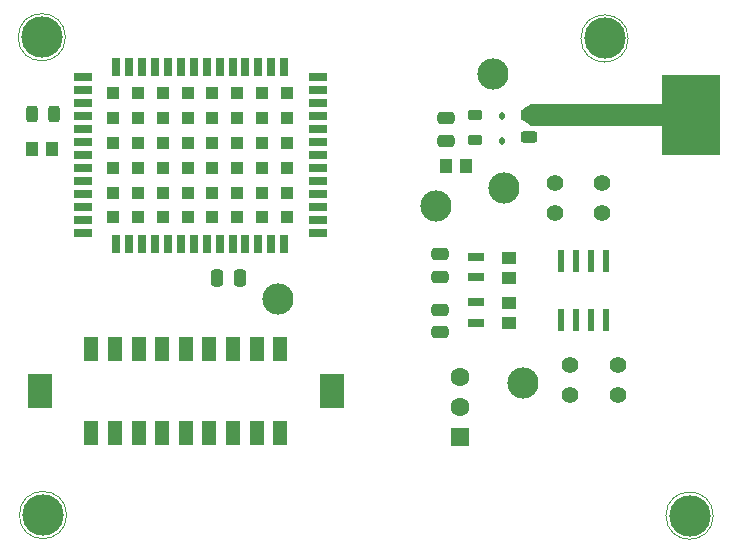
<source format=gbr>
%TF.GenerationSoftware,KiCad,Pcbnew,8.0.5*%
%TF.CreationDate,2025-04-17T16:29:18+02:00*%
%TF.ProjectId,ZED_F9P_minimal,5a45445f-4639-4505-9f6d-696e696d616c,rev?*%
%TF.SameCoordinates,Original*%
%TF.FileFunction,Soldermask,Top*%
%TF.FilePolarity,Negative*%
%FSLAX46Y46*%
G04 Gerber Fmt 4.6, Leading zero omitted, Abs format (unit mm)*
G04 Created by KiCad (PCBNEW 8.0.5) date 2025-04-17 16:29:18*
%MOMM*%
%LPD*%
G01*
G04 APERTURE LIST*
G04 Aperture macros list*
%AMRoundRect*
0 Rectangle with rounded corners*
0 $1 Rounding radius*
0 $2 $3 $4 $5 $6 $7 $8 $9 X,Y pos of 4 corners*
0 Add a 4 corners polygon primitive as box body*
4,1,4,$2,$3,$4,$5,$6,$7,$8,$9,$2,$3,0*
0 Add four circle primitives for the rounded corners*
1,1,$1+$1,$2,$3*
1,1,$1+$1,$4,$5*
1,1,$1+$1,$6,$7*
1,1,$1+$1,$8,$9*
0 Add four rect primitives between the rounded corners*
20,1,$1+$1,$2,$3,$4,$5,0*
20,1,$1+$1,$4,$5,$6,$7,0*
20,1,$1+$1,$6,$7,$8,$9,0*
20,1,$1+$1,$8,$9,$2,$3,0*%
G04 Aperture macros list end*
%ADD10C,0.100000*%
%ADD11C,0.000000*%
%ADD12C,3.500000*%
%ADD13C,2.641600*%
%ADD14C,1.397000*%
%ADD15RoundRect,0.218750X-0.381250X0.218750X-0.381250X-0.218750X0.381250X-0.218750X0.381250X0.218750X0*%
%ADD16RoundRect,0.250000X0.475000X-0.250000X0.475000X0.250000X-0.475000X0.250000X-0.475000X-0.250000X0*%
%ADD17R,1.193800X2.108200*%
%ADD18R,2.108200X2.895600*%
%ADD19RoundRect,0.243750X0.456250X-0.243750X0.456250X0.243750X-0.456250X0.243750X-0.456250X-0.243750X0*%
%ADD20R,0.558800X1.981200*%
%ADD21RoundRect,0.250000X-0.475000X0.250000X-0.475000X-0.250000X0.475000X-0.250000X0.475000X0.250000X0*%
%ADD22RoundRect,0.102000X-2.280000X0.425000X-2.280000X-0.425000X2.280000X-0.425000X2.280000X0.425000X0*%
%ADD23RoundRect,0.102000X-2.280000X0.500000X-2.280000X-0.500000X2.280000X-0.500000X2.280000X0.500000X0*%
%ADD24R,1.346200X0.758800*%
%ADD25RoundRect,0.112500X-0.112500X0.187500X-0.112500X-0.187500X0.112500X-0.187500X0.112500X0.187500X0*%
%ADD26R,1.193800X1.010400*%
%ADD27R,1.010400X1.193800*%
%ADD28R,1.599999X1.599999*%
%ADD29C,1.599999*%
%ADD30RoundRect,0.250000X-0.250000X-0.475000X0.250000X-0.475000X0.250000X0.475000X-0.250000X0.475000X0*%
%ADD31RoundRect,0.243750X0.243750X0.456250X-0.243750X0.456250X-0.243750X-0.456250X0.243750X-0.456250X0*%
%ADD32R,0.800000X1.500000*%
%ADD33R,1.500000X0.800000*%
%ADD34R,1.100000X1.100000*%
G04 APERTURE END LIST*
D10*
X75100000Y-24075000D02*
X79850000Y-24075000D01*
X79850000Y-30825000D01*
X75100000Y-30825000D01*
X75100000Y-24075000D01*
G36*
X75100000Y-24075000D02*
G01*
X79850000Y-24075000D01*
X79850000Y-30825000D01*
X75100000Y-30825000D01*
X75100000Y-24075000D01*
G37*
D11*
G36*
X75600000Y-27077650D02*
G01*
X75600000Y-27877650D01*
X75150000Y-28400000D01*
X64000000Y-28400000D01*
X63300000Y-27877650D01*
X63300000Y-27000000D01*
X64000000Y-26550000D01*
X75150000Y-26550000D01*
X75600000Y-27077650D01*
G37*
D10*
%TO.C,REF*%
X79400000Y-61400000D02*
G75*
G02*
X75400000Y-61400000I-2000000J0D01*
G01*
X75400000Y-61400000D02*
G75*
G02*
X79400000Y-61400000I2000000J0D01*
G01*
X24650000Y-61350000D02*
G75*
G02*
X20650000Y-61350000I-2000000J0D01*
G01*
X20650000Y-61350000D02*
G75*
G02*
X24650000Y-61350000I2000000J0D01*
G01*
X72200000Y-21000000D02*
G75*
G02*
X68200000Y-21000000I-2000000J0D01*
G01*
X68200000Y-21000000D02*
G75*
G02*
X72200000Y-21000000I2000000J0D01*
G01*
X24550000Y-20900000D02*
G75*
G02*
X20550000Y-20900000I-2000000J0D01*
G01*
X20550000Y-20900000D02*
G75*
G02*
X24550000Y-20900000I2000000J0D01*
G01*
%TD*%
D12*
%TO.C,REF*%
X77400000Y-61400000D03*
%TD*%
%TO.C,REF*%
X22650000Y-61350000D03*
%TD*%
%TO.C,REF*%
X70200000Y-21000000D03*
%TD*%
%TO.C,REF*%
X22550000Y-20900000D03*
%TD*%
D13*
%TO.C,TP4*%
X42550000Y-43050000D03*
%TD*%
D14*
%TO.C,JP1*%
X67300000Y-51225000D03*
X67300000Y-48685000D03*
%TD*%
D15*
%TO.C,L1*%
X59191350Y-27491500D03*
X59191350Y-29616500D03*
%TD*%
D16*
%TO.C,C2*%
X56759250Y-29643599D03*
X56759250Y-27743599D03*
%TD*%
D17*
%TO.C,INPUT*%
X42750000Y-47300000D03*
X42750000Y-54400001D03*
X40750002Y-47300000D03*
X40750002Y-54400001D03*
X38750001Y-47300000D03*
X38750001Y-54400001D03*
X36750002Y-47300000D03*
X36750002Y-54400001D03*
X34750001Y-47300000D03*
X34750001Y-54400001D03*
X32750000Y-47300000D03*
X32750000Y-54400001D03*
X30750001Y-47300000D03*
X30750001Y-54400001D03*
X28750000Y-47300000D03*
X28750000Y-54400001D03*
X26750002Y-47300000D03*
X26750002Y-54400001D03*
D18*
X47094401Y-50850000D03*
X22405601Y-50850000D03*
%TD*%
D13*
%TO.C,TP1*%
X60750000Y-23975000D03*
%TD*%
D19*
%TO.C,D3*%
X63788850Y-29366500D03*
X63788850Y-27491500D03*
%TD*%
D20*
%TO.C,OPA2365AID*%
X66530000Y-44804500D03*
X67800000Y-44804500D03*
X69070000Y-44804500D03*
X70340000Y-44804500D03*
X70340000Y-39876900D03*
X69070000Y-39876900D03*
X67800000Y-39876900D03*
X66530000Y-39876900D03*
%TD*%
D21*
%TO.C,C6*%
X56300000Y-39275000D03*
X56300000Y-41175000D03*
%TD*%
D22*
%TO.C,SMA*%
X77450000Y-27455000D03*
D23*
X77450000Y-24685000D03*
X77450000Y-30225000D03*
%TD*%
D24*
%TO.C,R6*%
X59300000Y-41224999D03*
X59300000Y-39464999D03*
%TD*%
D14*
%TO.C,JP4*%
X69988850Y-33213849D03*
X69988850Y-35753849D03*
%TD*%
D25*
%TO.C,D2*%
X61488850Y-27566500D03*
X61488850Y-29666500D03*
%TD*%
D26*
%TO.C,R7*%
X62150000Y-39575000D03*
X62150000Y-41271200D03*
%TD*%
D13*
%TO.C,TP5*%
X61718850Y-33677650D03*
%TD*%
D27*
%TO.C,R5*%
X23448100Y-30400000D03*
X21751900Y-30400000D03*
%TD*%
D16*
%TO.C,C5*%
X56300000Y-45850000D03*
X56300000Y-43950000D03*
%TD*%
D13*
%TO.C,TP2*%
X63300000Y-50188800D03*
%TD*%
D14*
%TO.C,JP2*%
X71300000Y-51225000D03*
X71300000Y-48685000D03*
%TD*%
%TO.C,JP3*%
X65988850Y-33213849D03*
X65988850Y-35753849D03*
%TD*%
D13*
%TO.C,TP3*%
X55950000Y-35177650D03*
%TD*%
D28*
%TO.C,Reg*%
X57950000Y-54740000D03*
D29*
X57950000Y-52200000D03*
X57950000Y-49660000D03*
%TD*%
D30*
%TO.C,C4*%
X37400000Y-41300000D03*
X39300000Y-41300000D03*
%TD*%
D26*
%TO.C,R3*%
X62150000Y-45071200D03*
X62150000Y-43375000D03*
%TD*%
D27*
%TO.C,R1*%
X56745150Y-31804000D03*
X58441350Y-31804000D03*
%TD*%
D31*
%TO.C,D1*%
X23626900Y-27400000D03*
X21751900Y-27400000D03*
%TD*%
D32*
%TO.C,ZED-F9P*%
X43100000Y-23400000D03*
X42000000Y-23400000D03*
X40900000Y-23400000D03*
X39800000Y-23400000D03*
X38700000Y-23400000D03*
X37600000Y-23400000D03*
X36500000Y-23400000D03*
X35400000Y-23400000D03*
X34300000Y-23400000D03*
X33200000Y-23400000D03*
X32100000Y-23400000D03*
X31000000Y-23400000D03*
X29900000Y-23400000D03*
X28800000Y-23400000D03*
D33*
X26000000Y-24300000D03*
X26000000Y-25400000D03*
X26000000Y-26500000D03*
X26000000Y-27600000D03*
X26000000Y-28700000D03*
X26000000Y-29800000D03*
X26000000Y-30900000D03*
X26000000Y-32000000D03*
X26000000Y-33100000D03*
X26000000Y-34200000D03*
X26000000Y-35300000D03*
X26000000Y-36400000D03*
X26000000Y-37500000D03*
D32*
X28800000Y-38400000D03*
X29900000Y-38400000D03*
X31000000Y-38400000D03*
X32100000Y-38400000D03*
X33200000Y-38400000D03*
X34300000Y-38400000D03*
X35400000Y-38400000D03*
X36500000Y-38400000D03*
X37600000Y-38400000D03*
X38700000Y-38400000D03*
X39800000Y-38400000D03*
X40900000Y-38400000D03*
X42000000Y-38400000D03*
X43100000Y-38400000D03*
D33*
X45900000Y-37500000D03*
X45900000Y-36400000D03*
X45900000Y-35300000D03*
X45900000Y-34200000D03*
X45900000Y-33100000D03*
X45900000Y-32000000D03*
X45900000Y-30900000D03*
X45900000Y-29800000D03*
X45900000Y-28700000D03*
X45900000Y-27600000D03*
X45900000Y-26500000D03*
X45900000Y-25400000D03*
X45900000Y-24300000D03*
D34*
X43300000Y-25650000D03*
X41200000Y-25650000D03*
X39100000Y-25650000D03*
X37000000Y-25650000D03*
X34900000Y-25650000D03*
X32800000Y-25650000D03*
X30700000Y-25650000D03*
X28600000Y-25650000D03*
X43300000Y-27750000D03*
X41200000Y-27750000D03*
X39100000Y-27750000D03*
X37000000Y-27750000D03*
X34900000Y-27750000D03*
X32800000Y-27750000D03*
X30700000Y-27750000D03*
X28600000Y-27750000D03*
X43300000Y-29850000D03*
X41200000Y-29850000D03*
X39100000Y-29850000D03*
X37000000Y-29850000D03*
X34900000Y-29850000D03*
X32800000Y-29850000D03*
X30700000Y-29850000D03*
X28600000Y-29850000D03*
X43300000Y-31950000D03*
X41200000Y-31950000D03*
X39100000Y-31950000D03*
X37000000Y-31950000D03*
X34900000Y-31950000D03*
X32800000Y-31950000D03*
X30700000Y-31950000D03*
X28600000Y-31950000D03*
X43300000Y-34050000D03*
X41200000Y-34050000D03*
X39100000Y-34050000D03*
X37000000Y-34050000D03*
X34900000Y-34050000D03*
X32800000Y-34050000D03*
X30700000Y-34050000D03*
X28600000Y-34050000D03*
X43300000Y-36150000D03*
X41200000Y-36150000D03*
X39100000Y-36150000D03*
X37000000Y-36150000D03*
X34900000Y-36150000D03*
X32800000Y-36150000D03*
X30700000Y-36150000D03*
X28600000Y-36150000D03*
%TD*%
D24*
%TO.C,R2*%
X59300000Y-43350300D03*
X59300000Y-45099700D03*
%TD*%
M02*

</source>
